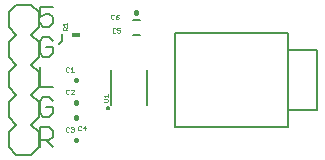
<source format=gto>
G75*
G70*
%OFA0B0*%
%FSLAX24Y24*%
%IPPOS*%
%LPD*%
%AMOC8*
5,1,8,0,0,1.08239X$1,22.5*
%
%ADD10C,0.0060*%
%ADD11C,0.0080*%
%ADD12C,0.0010*%
%ADD13C,0.0160*%
%ADD14R,0.0300X0.0180*%
%ADD15C,0.0050*%
D10*
X001210Y000530D02*
X001210Y001171D01*
X001530Y001171D01*
X001637Y001064D01*
X001637Y000850D01*
X001530Y000744D01*
X001210Y000744D01*
X001424Y000744D02*
X001637Y000530D01*
X001530Y001530D02*
X001317Y001530D01*
X001210Y001637D01*
X001210Y002064D01*
X001317Y002171D01*
X001530Y002171D01*
X001637Y002064D01*
X001637Y001850D02*
X001424Y001850D01*
X001637Y001850D02*
X001637Y001637D01*
X001530Y001530D01*
X001637Y002530D02*
X001210Y002530D01*
X001210Y003171D01*
X001317Y003530D02*
X001530Y003530D01*
X001637Y003637D01*
X001637Y003850D01*
X001424Y003850D01*
X001637Y004064D02*
X001530Y004171D01*
X001317Y004171D01*
X001210Y004064D01*
X001210Y003637D01*
X001317Y003530D01*
X001855Y003957D02*
X001961Y004064D01*
X001961Y004277D01*
X001637Y004637D02*
X001530Y004530D01*
X001317Y004530D01*
X001210Y004637D01*
X001210Y004850D02*
X001424Y004957D01*
X001530Y004957D01*
X001637Y004850D01*
X001637Y004637D01*
X001210Y004850D02*
X001210Y005171D01*
X001637Y005171D01*
X004312Y004736D02*
X004548Y004736D01*
X004548Y004264D02*
X004312Y004264D01*
D11*
X000430Y000250D02*
X000180Y000500D01*
X000180Y001000D01*
X000430Y001250D01*
X000180Y001500D01*
X000180Y002000D01*
X000430Y002250D01*
X000180Y002500D01*
X000180Y003000D01*
X000430Y003250D01*
X000180Y003500D01*
X000180Y004000D01*
X000430Y004250D01*
X000180Y004500D01*
X000180Y005000D01*
X000430Y005250D01*
X000930Y005250D01*
X001180Y005000D01*
X001180Y004500D01*
X000930Y004250D01*
X001180Y004000D01*
X001180Y003500D01*
X000930Y003250D01*
X001180Y003000D01*
X001180Y002500D01*
X000930Y002250D01*
X001180Y002000D01*
X001180Y001500D01*
X000930Y001250D01*
X001180Y001000D01*
X001180Y000500D01*
X000930Y000250D01*
X000430Y000250D01*
X003452Y001811D02*
X003454Y001823D01*
X003459Y001834D01*
X003468Y001843D01*
X003479Y001848D01*
X003491Y001850D01*
X003503Y001848D01*
X003514Y001843D01*
X003523Y001834D01*
X003528Y001823D01*
X003530Y001811D01*
X003528Y001799D01*
X003523Y001788D01*
X003514Y001779D01*
X003503Y001774D01*
X003491Y001772D01*
X003479Y001774D01*
X003468Y001779D01*
X003459Y001788D01*
X003454Y001799D01*
X003452Y001811D01*
X003589Y001909D02*
X003589Y003091D01*
X004771Y003091D02*
X004771Y001909D01*
D12*
X003486Y002046D02*
X003486Y002096D01*
X003461Y002121D01*
X003336Y002121D01*
X003386Y002168D02*
X003336Y002218D01*
X003486Y002218D01*
X003486Y002168D02*
X003486Y002268D01*
X003486Y002046D02*
X003461Y002021D01*
X003336Y002021D01*
X002332Y002280D02*
X002232Y002280D01*
X002332Y002380D01*
X002332Y002405D01*
X002307Y002430D01*
X002257Y002430D01*
X002232Y002405D01*
X002185Y002405D02*
X002160Y002430D01*
X002110Y002430D01*
X002085Y002405D01*
X002085Y002305D01*
X002110Y002280D01*
X002160Y002280D01*
X002185Y002305D01*
X002160Y003030D02*
X002110Y003030D01*
X002085Y003055D01*
X002085Y003155D01*
X002110Y003180D01*
X002160Y003180D01*
X002185Y003155D01*
X002232Y003130D02*
X002282Y003180D01*
X002282Y003030D01*
X002232Y003030D02*
X002332Y003030D01*
X002185Y003055D02*
X002160Y003030D01*
X003635Y004355D02*
X003660Y004330D01*
X003710Y004330D01*
X003735Y004355D01*
X003782Y004355D02*
X003807Y004330D01*
X003857Y004330D01*
X003882Y004355D01*
X003882Y004405D01*
X003857Y004430D01*
X003832Y004430D01*
X003782Y004405D01*
X003782Y004480D01*
X003882Y004480D01*
X003735Y004455D02*
X003710Y004480D01*
X003660Y004480D01*
X003635Y004455D01*
X003635Y004355D01*
X003610Y004780D02*
X003585Y004805D01*
X003585Y004905D01*
X003610Y004930D01*
X003660Y004930D01*
X003685Y004905D01*
X003732Y004855D02*
X003807Y004855D01*
X003832Y004830D01*
X003832Y004805D01*
X003807Y004780D01*
X003757Y004780D01*
X003732Y004805D01*
X003732Y004855D01*
X003782Y004905D01*
X003832Y004930D01*
X003685Y004805D02*
X003660Y004780D01*
X003610Y004780D01*
X002125Y004652D02*
X002125Y004552D01*
X002125Y004505D02*
X002075Y004455D01*
X002075Y004480D02*
X002075Y004405D01*
X002125Y004405D02*
X001975Y004405D01*
X001975Y004480D01*
X002000Y004505D01*
X002050Y004505D01*
X002075Y004480D01*
X002025Y004552D02*
X001975Y004602D01*
X002125Y004602D01*
X002515Y001220D02*
X002490Y001195D01*
X002490Y001095D01*
X002515Y001070D01*
X002565Y001070D01*
X002590Y001095D01*
X002638Y001145D02*
X002738Y001145D01*
X002713Y001070D02*
X002713Y001220D01*
X002638Y001145D01*
X002590Y001195D02*
X002565Y001220D01*
X002515Y001220D01*
X002332Y001155D02*
X002332Y001130D01*
X002307Y001105D01*
X002332Y001080D01*
X002332Y001055D01*
X002307Y001030D01*
X002257Y001030D01*
X002232Y001055D01*
X002185Y001055D02*
X002160Y001030D01*
X002110Y001030D01*
X002085Y001055D01*
X002085Y001155D01*
X002110Y001180D01*
X002160Y001180D01*
X002185Y001155D01*
X002232Y001155D02*
X002257Y001180D01*
X002307Y001180D01*
X002332Y001155D01*
X002307Y001105D02*
X002282Y001105D01*
D13*
X002430Y000762D02*
X002430Y000738D01*
X002430Y001488D02*
X002430Y001512D01*
X002430Y001988D02*
X002430Y002012D01*
X002430Y002738D02*
X002430Y002762D01*
X004430Y004988D02*
X004430Y005012D01*
D14*
X002430Y004250D03*
D15*
X005727Y004325D02*
X009467Y004325D01*
X009467Y003734D01*
X010452Y003734D01*
X010452Y001766D01*
X009467Y001766D01*
X009467Y001175D01*
X005727Y001175D01*
X005727Y004325D01*
X009467Y003734D02*
X009467Y001766D01*
M02*

</source>
